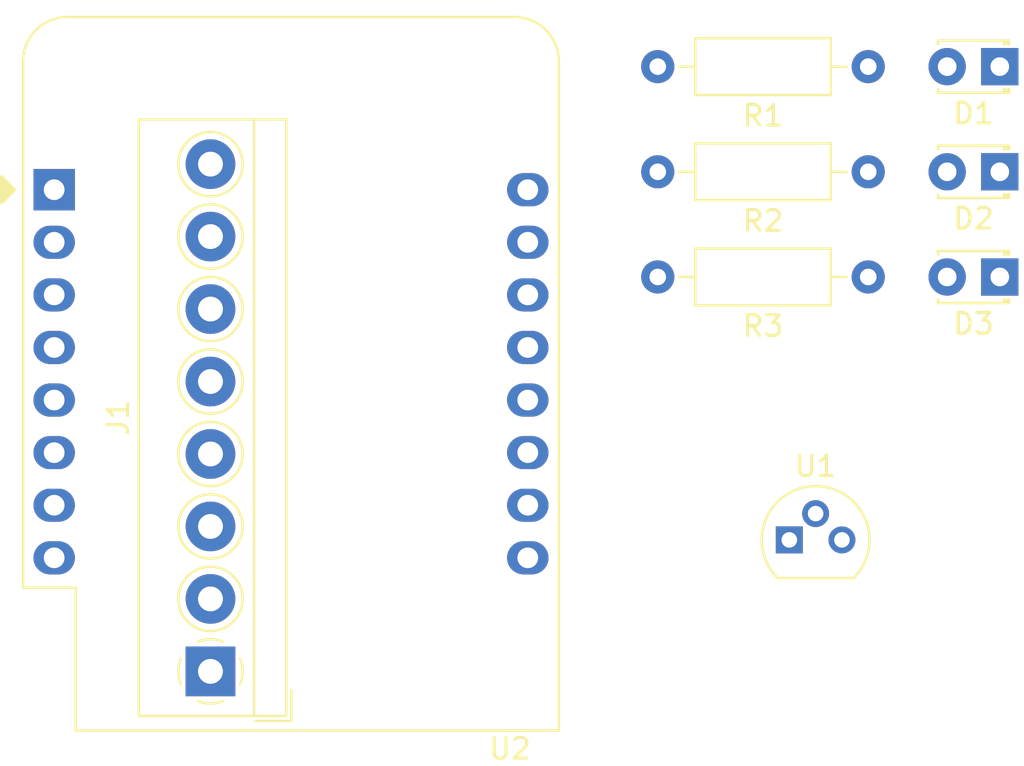
<source format=kicad_pcb>
(kicad_pcb (version 20171130) (host pcbnew "(5.1.8)-1")

  (general
    (thickness 1.6)
    (drawings 0)
    (tracks 0)
    (zones 0)
    (modules 9)
    (nets 24)
  )

  (page A4)
  (layers
    (0 F.Cu signal)
    (31 B.Cu signal)
    (32 B.Adhes user)
    (33 F.Adhes user)
    (34 B.Paste user)
    (35 F.Paste user)
    (36 B.SilkS user)
    (37 F.SilkS user)
    (38 B.Mask user)
    (39 F.Mask user)
    (40 Dwgs.User user)
    (41 Cmts.User user)
    (42 Eco1.User user)
    (43 Eco2.User user)
    (44 Edge.Cuts user)
    (45 Margin user)
    (46 B.CrtYd user)
    (47 F.CrtYd user)
    (48 B.Fab user)
    (49 F.Fab user)
  )

  (setup
    (last_trace_width 0.25)
    (trace_clearance 0.2)
    (zone_clearance 0.508)
    (zone_45_only no)
    (trace_min 0.2)
    (via_size 0.8)
    (via_drill 0.4)
    (via_min_size 0.4)
    (via_min_drill 0.3)
    (uvia_size 0.3)
    (uvia_drill 0.1)
    (uvias_allowed no)
    (uvia_min_size 0.2)
    (uvia_min_drill 0.1)
    (edge_width 0.05)
    (segment_width 0.2)
    (pcb_text_width 0.3)
    (pcb_text_size 1.5 1.5)
    (mod_edge_width 0.12)
    (mod_text_size 1 1)
    (mod_text_width 0.15)
    (pad_size 1.524 1.524)
    (pad_drill 0.762)
    (pad_to_mask_clearance 0)
    (aux_axis_origin 0 0)
    (visible_elements FFFFFF7F)
    (pcbplotparams
      (layerselection 0x010fc_ffffffff)
      (usegerberextensions false)
      (usegerberattributes true)
      (usegerberadvancedattributes true)
      (creategerberjobfile true)
      (excludeedgelayer true)
      (linewidth 0.100000)
      (plotframeref false)
      (viasonmask false)
      (mode 1)
      (useauxorigin false)
      (hpglpennumber 1)
      (hpglpenspeed 20)
      (hpglpendiameter 15.000000)
      (psnegative false)
      (psa4output false)
      (plotreference true)
      (plotvalue true)
      (plotinvisibletext false)
      (padsonsilk false)
      (subtractmaskfromsilk false)
      (outputformat 1)
      (mirror false)
      (drillshape 1)
      (scaleselection 1)
      (outputdirectory ""))
  )

  (net 0 "")
  (net 1 "Net-(D1-Pad1)")
  (net 2 "Net-(D1-Pad2)")
  (net 3 "Net-(D2-Pad2)")
  (net 4 "Net-(D3-Pad2)")
  (net 5 "Net-(J1-Pad1)")
  (net 6 "Net-(J1-Pad3)")
  (net 7 "Net-(J1-Pad4)")
  (net 8 "Net-(J1-Pad5)")
  (net 9 "Net-(J1-Pad6)")
  (net 10 "Net-(J1-Pad7)")
  (net 11 "Net-(J1-Pad8)")
  (net 12 "Net-(R1-Pad2)")
  (net 13 "Net-(R2-Pad2)")
  (net 14 "Net-(R3-Pad2)")
  (net 15 "Net-(U1-Pad2)")
  (net 16 "Net-(U2-Pad1)")
  (net 17 "Net-(U2-Pad6)")
  (net 18 "Net-(U2-Pad7)")
  (net 19 "Net-(U2-Pad8)")
  (net 20 "Net-(U2-Pad11)")
  (net 21 "Net-(U2-Pad12)")
  (net 22 "Net-(U2-Pad15)")
  (net 23 "Net-(U2-Pad16)")

  (net_class Default "This is the default net class."
    (clearance 0.2)
    (trace_width 0.25)
    (via_dia 0.8)
    (via_drill 0.4)
    (uvia_dia 0.3)
    (uvia_drill 0.1)
    (add_net "Net-(D1-Pad1)")
    (add_net "Net-(D1-Pad2)")
    (add_net "Net-(D2-Pad2)")
    (add_net "Net-(D3-Pad2)")
    (add_net "Net-(J1-Pad1)")
    (add_net "Net-(J1-Pad3)")
    (add_net "Net-(J1-Pad4)")
    (add_net "Net-(J1-Pad5)")
    (add_net "Net-(J1-Pad6)")
    (add_net "Net-(J1-Pad7)")
    (add_net "Net-(J1-Pad8)")
    (add_net "Net-(R1-Pad2)")
    (add_net "Net-(R2-Pad2)")
    (add_net "Net-(R3-Pad2)")
    (add_net "Net-(U1-Pad2)")
    (add_net "Net-(U2-Pad1)")
    (add_net "Net-(U2-Pad11)")
    (add_net "Net-(U2-Pad12)")
    (add_net "Net-(U2-Pad15)")
    (add_net "Net-(U2-Pad16)")
    (add_net "Net-(U2-Pad6)")
    (add_net "Net-(U2-Pad7)")
    (add_net "Net-(U2-Pad8)")
  )

  (module LED_THT:LED_D1.8mm_W3.3mm_H2.4mm (layer F.Cu) (tedit 5880A862) (tstamp 60354A6E)
    (at 142.24 73.66 180)
    (descr "LED, Round,  Rectangular size 3.3x2.4mm^2 diameter 1.8mm, 2 pins")
    (tags "LED Round  Rectangular size 3.3x2.4mm^2 diameter 1.8mm 2 pins")
    (path /6035F4EC)
    (fp_text reference D1 (at 1.27 -2.26) (layer F.SilkS)
      (effects (font (size 1 1) (thickness 0.15)))
    )
    (fp_text value LED (at 1.27 2.26) (layer F.Fab)
      (effects (font (size 1 1) (thickness 0.15)))
    )
    (fp_line (start 3.7 -1.55) (end -1.15 -1.55) (layer F.CrtYd) (width 0.05))
    (fp_line (start 3.7 1.55) (end 3.7 -1.55) (layer F.CrtYd) (width 0.05))
    (fp_line (start -1.15 1.55) (end 3.7 1.55) (layer F.CrtYd) (width 0.05))
    (fp_line (start -1.15 -1.55) (end -1.15 1.55) (layer F.CrtYd) (width 0.05))
    (fp_line (start -0.2 1.08) (end -0.2 1.26) (layer F.SilkS) (width 0.12))
    (fp_line (start -0.2 -1.26) (end -0.2 -1.08) (layer F.SilkS) (width 0.12))
    (fp_line (start -0.32 1.08) (end -0.32 1.26) (layer F.SilkS) (width 0.12))
    (fp_line (start -0.32 -1.26) (end -0.32 -1.08) (layer F.SilkS) (width 0.12))
    (fp_line (start 2.98 1.095) (end 2.98 1.26) (layer F.SilkS) (width 0.12))
    (fp_line (start 2.98 -1.26) (end 2.98 -1.095) (layer F.SilkS) (width 0.12))
    (fp_line (start -0.44 1.08) (end -0.44 1.26) (layer F.SilkS) (width 0.12))
    (fp_line (start -0.44 -1.26) (end -0.44 -1.08) (layer F.SilkS) (width 0.12))
    (fp_line (start -0.44 1.26) (end 2.98 1.26) (layer F.SilkS) (width 0.12))
    (fp_line (start -0.44 -1.26) (end 2.98 -1.26) (layer F.SilkS) (width 0.12))
    (fp_line (start 2.92 -1.2) (end -0.38 -1.2) (layer F.Fab) (width 0.1))
    (fp_line (start 2.92 1.2) (end 2.92 -1.2) (layer F.Fab) (width 0.1))
    (fp_line (start -0.38 1.2) (end 2.92 1.2) (layer F.Fab) (width 0.1))
    (fp_line (start -0.38 -1.2) (end -0.38 1.2) (layer F.Fab) (width 0.1))
    (fp_circle (center 1.27 0) (end 2.17 0) (layer F.Fab) (width 0.1))
    (pad 1 thru_hole rect (at 0 0 180) (size 1.8 1.8) (drill 0.9) (layers *.Cu *.Mask)
      (net 1 "Net-(D1-Pad1)"))
    (pad 2 thru_hole circle (at 2.54 0 180) (size 1.8 1.8) (drill 0.9) (layers *.Cu *.Mask)
      (net 2 "Net-(D1-Pad2)"))
    (model ${KISYS3DMOD}/LED_THT.3dshapes/LED_D1.8mm_W3.3mm_H2.4mm.wrl
      (at (xyz 0 0 0))
      (scale (xyz 1 1 1))
      (rotate (xyz 0 0 0))
    )
  )

  (module LED_THT:LED_D1.8mm_W3.3mm_H2.4mm (layer F.Cu) (tedit 5880A862) (tstamp 60354A87)
    (at 142.24 78.74 180)
    (descr "LED, Round,  Rectangular size 3.3x2.4mm^2 diameter 1.8mm, 2 pins")
    (tags "LED Round  Rectangular size 3.3x2.4mm^2 diameter 1.8mm 2 pins")
    (path /603606D0)
    (fp_text reference D2 (at 1.27 -2.26) (layer F.SilkS)
      (effects (font (size 1 1) (thickness 0.15)))
    )
    (fp_text value LED (at 1.27 2.26) (layer F.Fab)
      (effects (font (size 1 1) (thickness 0.15)))
    )
    (fp_circle (center 1.27 0) (end 2.17 0) (layer F.Fab) (width 0.1))
    (fp_line (start -0.38 -1.2) (end -0.38 1.2) (layer F.Fab) (width 0.1))
    (fp_line (start -0.38 1.2) (end 2.92 1.2) (layer F.Fab) (width 0.1))
    (fp_line (start 2.92 1.2) (end 2.92 -1.2) (layer F.Fab) (width 0.1))
    (fp_line (start 2.92 -1.2) (end -0.38 -1.2) (layer F.Fab) (width 0.1))
    (fp_line (start -0.44 -1.26) (end 2.98 -1.26) (layer F.SilkS) (width 0.12))
    (fp_line (start -0.44 1.26) (end 2.98 1.26) (layer F.SilkS) (width 0.12))
    (fp_line (start -0.44 -1.26) (end -0.44 -1.08) (layer F.SilkS) (width 0.12))
    (fp_line (start -0.44 1.08) (end -0.44 1.26) (layer F.SilkS) (width 0.12))
    (fp_line (start 2.98 -1.26) (end 2.98 -1.095) (layer F.SilkS) (width 0.12))
    (fp_line (start 2.98 1.095) (end 2.98 1.26) (layer F.SilkS) (width 0.12))
    (fp_line (start -0.32 -1.26) (end -0.32 -1.08) (layer F.SilkS) (width 0.12))
    (fp_line (start -0.32 1.08) (end -0.32 1.26) (layer F.SilkS) (width 0.12))
    (fp_line (start -0.2 -1.26) (end -0.2 -1.08) (layer F.SilkS) (width 0.12))
    (fp_line (start -0.2 1.08) (end -0.2 1.26) (layer F.SilkS) (width 0.12))
    (fp_line (start -1.15 -1.55) (end -1.15 1.55) (layer F.CrtYd) (width 0.05))
    (fp_line (start -1.15 1.55) (end 3.7 1.55) (layer F.CrtYd) (width 0.05))
    (fp_line (start 3.7 1.55) (end 3.7 -1.55) (layer F.CrtYd) (width 0.05))
    (fp_line (start 3.7 -1.55) (end -1.15 -1.55) (layer F.CrtYd) (width 0.05))
    (pad 2 thru_hole circle (at 2.54 0 180) (size 1.8 1.8) (drill 0.9) (layers *.Cu *.Mask)
      (net 3 "Net-(D2-Pad2)"))
    (pad 1 thru_hole rect (at 0 0 180) (size 1.8 1.8) (drill 0.9) (layers *.Cu *.Mask)
      (net 1 "Net-(D1-Pad1)"))
    (model ${KISYS3DMOD}/LED_THT.3dshapes/LED_D1.8mm_W3.3mm_H2.4mm.wrl
      (at (xyz 0 0 0))
      (scale (xyz 1 1 1))
      (rotate (xyz 0 0 0))
    )
  )

  (module LED_THT:LED_D1.8mm_W3.3mm_H2.4mm (layer F.Cu) (tedit 5880A862) (tstamp 603554DF)
    (at 142.24 83.82 180)
    (descr "LED, Round,  Rectangular size 3.3x2.4mm^2 diameter 1.8mm, 2 pins")
    (tags "LED Round  Rectangular size 3.3x2.4mm^2 diameter 1.8mm 2 pins")
    (path /603611D6)
    (fp_text reference D3 (at 1.27 -2.26) (layer F.SilkS)
      (effects (font (size 1 1) (thickness 0.15)))
    )
    (fp_text value LED (at 1.27 2.26) (layer F.Fab)
      (effects (font (size 1 1) (thickness 0.15)))
    )
    (fp_line (start 3.7 -1.55) (end -1.15 -1.55) (layer F.CrtYd) (width 0.05))
    (fp_line (start 3.7 1.55) (end 3.7 -1.55) (layer F.CrtYd) (width 0.05))
    (fp_line (start -1.15 1.55) (end 3.7 1.55) (layer F.CrtYd) (width 0.05))
    (fp_line (start -1.15 -1.55) (end -1.15 1.55) (layer F.CrtYd) (width 0.05))
    (fp_line (start -0.2 1.08) (end -0.2 1.26) (layer F.SilkS) (width 0.12))
    (fp_line (start -0.2 -1.26) (end -0.2 -1.08) (layer F.SilkS) (width 0.12))
    (fp_line (start -0.32 1.08) (end -0.32 1.26) (layer F.SilkS) (width 0.12))
    (fp_line (start -0.32 -1.26) (end -0.32 -1.08) (layer F.SilkS) (width 0.12))
    (fp_line (start 2.98 1.095) (end 2.98 1.26) (layer F.SilkS) (width 0.12))
    (fp_line (start 2.98 -1.26) (end 2.98 -1.095) (layer F.SilkS) (width 0.12))
    (fp_line (start -0.44 1.08) (end -0.44 1.26) (layer F.SilkS) (width 0.12))
    (fp_line (start -0.44 -1.26) (end -0.44 -1.08) (layer F.SilkS) (width 0.12))
    (fp_line (start -0.44 1.26) (end 2.98 1.26) (layer F.SilkS) (width 0.12))
    (fp_line (start -0.44 -1.26) (end 2.98 -1.26) (layer F.SilkS) (width 0.12))
    (fp_line (start 2.92 -1.2) (end -0.38 -1.2) (layer F.Fab) (width 0.1))
    (fp_line (start 2.92 1.2) (end 2.92 -1.2) (layer F.Fab) (width 0.1))
    (fp_line (start -0.38 1.2) (end 2.92 1.2) (layer F.Fab) (width 0.1))
    (fp_line (start -0.38 -1.2) (end -0.38 1.2) (layer F.Fab) (width 0.1))
    (fp_circle (center 1.27 0) (end 2.17 0) (layer F.Fab) (width 0.1))
    (pad 1 thru_hole rect (at 0 0 180) (size 1.8 1.8) (drill 0.9) (layers *.Cu *.Mask)
      (net 1 "Net-(D1-Pad1)"))
    (pad 2 thru_hole circle (at 2.54 0 180) (size 1.8 1.8) (drill 0.9) (layers *.Cu *.Mask)
      (net 4 "Net-(D3-Pad2)"))
    (model ${KISYS3DMOD}/LED_THT.3dshapes/LED_D1.8mm_W3.3mm_H2.4mm.wrl
      (at (xyz 0 0 0))
      (scale (xyz 1 1 1))
      (rotate (xyz 0 0 0))
    )
  )

  (module TerminalBlock_4Ucon:TerminalBlock_4Ucon_1x08_P3.50mm_Horizontal (layer F.Cu) (tedit 5B294E94) (tstamp 60354B32)
    (at 104.14 102.87 90)
    (descr "Terminal Block 4Ucon ItemNo. 19965, 8 pins, pitch 3.5mm, size 28.7x7mm^2, drill diamater 1.2mm, pad diameter 2.4mm, see http://www.4uconnector.com/online/object/4udrawing/19965.pdf, script-generated using https://github.com/pointhi/kicad-footprint-generator/scripts/TerminalBlock_4Ucon")
    (tags "THT Terminal Block 4Ucon ItemNo. 19965 pitch 3.5mm size 28.7x7mm^2 drill 1.2mm pad 2.4mm")
    (path /60356F81)
    (fp_text reference J1 (at 12.25 -4.46 90) (layer F.SilkS)
      (effects (font (size 1 1) (thickness 0.15)))
    )
    (fp_text value MPU-6050 (at 12.25 4.66 90) (layer F.Fab)
      (effects (font (size 1 1) (thickness 0.15)))
    )
    (fp_line (start 27.1 -3.9) (end -2.6 -3.9) (layer F.CrtYd) (width 0.05))
    (fp_line (start 27.1 4.1) (end 27.1 -3.9) (layer F.CrtYd) (width 0.05))
    (fp_line (start -2.6 4.1) (end 27.1 4.1) (layer F.CrtYd) (width 0.05))
    (fp_line (start -2.6 -3.9) (end -2.6 4.1) (layer F.CrtYd) (width 0.05))
    (fp_line (start -2.4 3.9) (end -0.9 3.9) (layer F.SilkS) (width 0.12))
    (fp_line (start -2.4 2.16) (end -2.4 3.9) (layer F.SilkS) (width 0.12))
    (fp_line (start 23.4 0.069) (end 23.4 -0.069) (layer F.Fab) (width 0.1))
    (fp_line (start 24.431 0.069) (end 23.4 0.069) (layer F.Fab) (width 0.1))
    (fp_line (start 24.431 1.1) (end 24.431 0.069) (layer F.Fab) (width 0.1))
    (fp_line (start 24.569 1.1) (end 24.431 1.1) (layer F.Fab) (width 0.1))
    (fp_line (start 24.569 0.069) (end 24.569 1.1) (layer F.Fab) (width 0.1))
    (fp_line (start 25.6 0.069) (end 24.569 0.069) (layer F.Fab) (width 0.1))
    (fp_line (start 25.6 -0.069) (end 25.6 0.069) (layer F.Fab) (width 0.1))
    (fp_line (start 24.569 -0.069) (end 25.6 -0.069) (layer F.Fab) (width 0.1))
    (fp_line (start 24.569 -1.1) (end 24.569 -0.069) (layer F.Fab) (width 0.1))
    (fp_line (start 24.431 -1.1) (end 24.569 -1.1) (layer F.Fab) (width 0.1))
    (fp_line (start 24.431 -0.069) (end 24.431 -1.1) (layer F.Fab) (width 0.1))
    (fp_line (start 23.4 -0.069) (end 24.431 -0.069) (layer F.Fab) (width 0.1))
    (fp_line (start 19.9 0.069) (end 19.9 -0.069) (layer F.Fab) (width 0.1))
    (fp_line (start 20.931 0.069) (end 19.9 0.069) (layer F.Fab) (width 0.1))
    (fp_line (start 20.931 1.1) (end 20.931 0.069) (layer F.Fab) (width 0.1))
    (fp_line (start 21.069 1.1) (end 20.931 1.1) (layer F.Fab) (width 0.1))
    (fp_line (start 21.069 0.069) (end 21.069 1.1) (layer F.Fab) (width 0.1))
    (fp_line (start 22.1 0.069) (end 21.069 0.069) (layer F.Fab) (width 0.1))
    (fp_line (start 22.1 -0.069) (end 22.1 0.069) (layer F.Fab) (width 0.1))
    (fp_line (start 21.069 -0.069) (end 22.1 -0.069) (layer F.Fab) (width 0.1))
    (fp_line (start 21.069 -1.1) (end 21.069 -0.069) (layer F.Fab) (width 0.1))
    (fp_line (start 20.931 -1.1) (end 21.069 -1.1) (layer F.Fab) (width 0.1))
    (fp_line (start 20.931 -0.069) (end 20.931 -1.1) (layer F.Fab) (width 0.1))
    (fp_line (start 19.9 -0.069) (end 20.931 -0.069) (layer F.Fab) (width 0.1))
    (fp_line (start 16.4 0.069) (end 16.4 -0.069) (layer F.Fab) (width 0.1))
    (fp_line (start 17.431 0.069) (end 16.4 0.069) (layer F.Fab) (width 0.1))
    (fp_line (start 17.431 1.1) (end 17.431 0.069) (layer F.Fab) (width 0.1))
    (fp_line (start 17.569 1.1) (end 17.431 1.1) (layer F.Fab) (width 0.1))
    (fp_line (start 17.569 0.069) (end 17.569 1.1) (layer F.Fab) (width 0.1))
    (fp_line (start 18.6 0.069) (end 17.569 0.069) (layer F.Fab) (width 0.1))
    (fp_line (start 18.6 -0.069) (end 18.6 0.069) (layer F.Fab) (width 0.1))
    (fp_line (start 17.569 -0.069) (end 18.6 -0.069) (layer F.Fab) (width 0.1))
    (fp_line (start 17.569 -1.1) (end 17.569 -0.069) (layer F.Fab) (width 0.1))
    (fp_line (start 17.431 -1.1) (end 17.569 -1.1) (layer F.Fab) (width 0.1))
    (fp_line (start 17.431 -0.069) (end 17.431 -1.1) (layer F.Fab) (width 0.1))
    (fp_line (start 16.4 -0.069) (end 17.431 -0.069) (layer F.Fab) (width 0.1))
    (fp_line (start 12.9 0.069) (end 12.9 -0.069) (layer F.Fab) (width 0.1))
    (fp_line (start 13.931 0.069) (end 12.9 0.069) (layer F.Fab) (width 0.1))
    (fp_line (start 13.931 1.1) (end 13.931 0.069) (layer F.Fab) (width 0.1))
    (fp_line (start 14.069 1.1) (end 13.931 1.1) (layer F.Fab) (width 0.1))
    (fp_line (start 14.069 0.069) (end 14.069 1.1) (layer F.Fab) (width 0.1))
    (fp_line (start 15.1 0.069) (end 14.069 0.069) (layer F.Fab) (width 0.1))
    (fp_line (start 15.1 -0.069) (end 15.1 0.069) (layer F.Fab) (width 0.1))
    (fp_line (start 14.069 -0.069) (end 15.1 -0.069) (layer F.Fab) (width 0.1))
    (fp_line (start 14.069 -1.1) (end 14.069 -0.069) (layer F.Fab) (width 0.1))
    (fp_line (start 13.931 -1.1) (end 14.069 -1.1) (layer F.Fab) (width 0.1))
    (fp_line (start 13.931 -0.069) (end 13.931 -1.1) (layer F.Fab) (width 0.1))
    (fp_line (start 12.9 -0.069) (end 13.931 -0.069) (layer F.Fab) (width 0.1))
    (fp_line (start 9.4 0.069) (end 9.4 -0.069) (layer F.Fab) (width 0.1))
    (fp_line (start 10.431 0.069) (end 9.4 0.069) (layer F.Fab) (width 0.1))
    (fp_line (start 10.431 1.1) (end 10.431 0.069) (layer F.Fab) (width 0.1))
    (fp_line (start 10.569 1.1) (end 10.431 1.1) (layer F.Fab) (width 0.1))
    (fp_line (start 10.569 0.069) (end 10.569 1.1) (layer F.Fab) (width 0.1))
    (fp_line (start 11.6 0.069) (end 10.569 0.069) (layer F.Fab) (width 0.1))
    (fp_line (start 11.6 -0.069) (end 11.6 0.069) (layer F.Fab) (width 0.1))
    (fp_line (start 10.569 -0.069) (end 11.6 -0.069) (layer F.Fab) (width 0.1))
    (fp_line (start 10.569 -1.1) (end 10.569 -0.069) (layer F.Fab) (width 0.1))
    (fp_line (start 10.431 -1.1) (end 10.569 -1.1) (layer F.Fab) (width 0.1))
    (fp_line (start 10.431 -0.069) (end 10.431 -1.1) (layer F.Fab) (width 0.1))
    (fp_line (start 9.4 -0.069) (end 10.431 -0.069) (layer F.Fab) (width 0.1))
    (fp_line (start 5.9 0.069) (end 5.9 -0.069) (layer F.Fab) (width 0.1))
    (fp_line (start 6.931 0.069) (end 5.9 0.069) (layer F.Fab) (width 0.1))
    (fp_line (start 6.931 1.1) (end 6.931 0.069) (layer F.Fab) (width 0.1))
    (fp_line (start 7.069 1.1) (end 6.931 1.1) (layer F.Fab) (width 0.1))
    (fp_line (start 7.069 0.069) (end 7.069 1.1) (layer F.Fab) (width 0.1))
    (fp_line (start 8.1 0.069) (end 7.069 0.069) (layer F.Fab) (width 0.1))
    (fp_line (start 8.1 -0.069) (end 8.1 0.069) (layer F.Fab) (width 0.1))
    (fp_line (start 7.069 -0.069) (end 8.1 -0.069) (layer F.Fab) (width 0.1))
    (fp_line (start 7.069 -1.1) (end 7.069 -0.069) (layer F.Fab) (width 0.1))
    (fp_line (start 6.931 -1.1) (end 7.069 -1.1) (layer F.Fab) (width 0.1))
    (fp_line (start 6.931 -0.069) (end 6.931 -1.1) (layer F.Fab) (width 0.1))
    (fp_line (start 5.9 -0.069) (end 6.931 -0.069) (layer F.Fab) (width 0.1))
    (fp_line (start 2.4 0.069) (end 2.4 -0.069) (layer F.Fab) (width 0.1))
    (fp_line (start 3.431 0.069) (end 2.4 0.069) (layer F.Fab) (width 0.1))
    (fp_line (start 3.431 1.1) (end 3.431 0.069) (layer F.Fab) (width 0.1))
    (fp_line (start 3.569 1.1) (end 3.431 1.1) (layer F.Fab) (width 0.1))
    (fp_line (start 3.569 0.069) (end 3.569 1.1) (layer F.Fab) (width 0.1))
    (fp_line (start 4.6 0.069) (end 3.569 0.069) (layer F.Fab) (width 0.1))
    (fp_line (start 4.6 -0.069) (end 4.6 0.069) (layer F.Fab) (width 0.1))
    (fp_line (start 3.569 -0.069) (end 4.6 -0.069) (layer F.Fab) (width 0.1))
    (fp_line (start 3.569 -1.1) (end 3.569 -0.069) (layer F.Fab) (width 0.1))
    (fp_line (start 3.431 -1.1) (end 3.569 -1.1) (layer F.Fab) (width 0.1))
    (fp_line (start 3.431 -0.069) (end 3.431 -1.1) (layer F.Fab) (width 0.1))
    (fp_line (start 2.4 -0.069) (end 3.431 -0.069) (layer F.Fab) (width 0.1))
    (fp_line (start -1.1 0.069) (end -1.1 -0.069) (layer F.Fab) (width 0.1))
    (fp_line (start -0.069 0.069) (end -1.1 0.069) (layer F.Fab) (width 0.1))
    (fp_line (start -0.069 1.1) (end -0.069 0.069) (layer F.Fab) (width 0.1))
    (fp_line (start 0.069 1.1) (end -0.069 1.1) (layer F.Fab) (width 0.1))
    (fp_line (start 0.069 0.069) (end 0.069 1.1) (layer F.Fab) (width 0.1))
    (fp_line (start 1.1 0.069) (end 0.069 0.069) (layer F.Fab) (width 0.1))
    (fp_line (start 1.1 -0.069) (end 1.1 0.069) (layer F.Fab) (width 0.1))
    (fp_line (start 0.069 -0.069) (end 1.1 -0.069) (layer F.Fab) (width 0.1))
    (fp_line (start 0.069 -1.1) (end 0.069 -0.069) (layer F.Fab) (width 0.1))
    (fp_line (start -0.069 -1.1) (end 0.069 -1.1) (layer F.Fab) (width 0.1))
    (fp_line (start -0.069 -0.069) (end -0.069 -1.1) (layer F.Fab) (width 0.1))
    (fp_line (start -1.1 -0.069) (end -0.069 -0.069) (layer F.Fab) (width 0.1))
    (fp_line (start 26.66 -3.46) (end 26.66 3.66) (layer F.SilkS) (width 0.12))
    (fp_line (start -2.16 -3.46) (end -2.16 3.66) (layer F.SilkS) (width 0.12))
    (fp_line (start -2.16 3.66) (end 26.66 3.66) (layer F.SilkS) (width 0.12))
    (fp_line (start -2.16 -3.46) (end 26.66 -3.46) (layer F.SilkS) (width 0.12))
    (fp_line (start -2.16 2.1) (end 26.66 2.1) (layer F.SilkS) (width 0.12))
    (fp_line (start -2.1 2.1) (end 26.6 2.1) (layer F.Fab) (width 0.1))
    (fp_line (start -2.1 2.1) (end -2.1 -3.4) (layer F.Fab) (width 0.1))
    (fp_line (start -0.6 3.6) (end -2.1 2.1) (layer F.Fab) (width 0.1))
    (fp_line (start 26.6 3.6) (end -0.6 3.6) (layer F.Fab) (width 0.1))
    (fp_line (start 26.6 -3.4) (end 26.6 3.6) (layer F.Fab) (width 0.1))
    (fp_line (start -2.1 -3.4) (end 26.6 -3.4) (layer F.Fab) (width 0.1))
    (fp_circle (center 24.5 0) (end 26.055 0) (layer F.SilkS) (width 0.12))
    (fp_circle (center 24.5 0) (end 25.875 0) (layer F.Fab) (width 0.1))
    (fp_circle (center 21 0) (end 22.555 0) (layer F.SilkS) (width 0.12))
    (fp_circle (center 21 0) (end 22.375 0) (layer F.Fab) (width 0.1))
    (fp_circle (center 17.5 0) (end 19.055 0) (layer F.SilkS) (width 0.12))
    (fp_circle (center 17.5 0) (end 18.875 0) (layer F.Fab) (width 0.1))
    (fp_circle (center 14 0) (end 15.555 0) (layer F.SilkS) (width 0.12))
    (fp_circle (center 14 0) (end 15.375 0) (layer F.Fab) (width 0.1))
    (fp_circle (center 10.5 0) (end 12.055 0) (layer F.SilkS) (width 0.12))
    (fp_circle (center 10.5 0) (end 11.875 0) (layer F.Fab) (width 0.1))
    (fp_circle (center 7 0) (end 8.555 0) (layer F.SilkS) (width 0.12))
    (fp_circle (center 7 0) (end 8.375 0) (layer F.Fab) (width 0.1))
    (fp_circle (center 3.5 0) (end 5.055 0) (layer F.SilkS) (width 0.12))
    (fp_circle (center 3.5 0) (end 4.875 0) (layer F.Fab) (width 0.1))
    (fp_circle (center 0 0) (end 1.375 0) (layer F.Fab) (width 0.1))
    (fp_arc (start 0 0) (end 0 1.555) (angle -23) (layer F.SilkS) (width 0.12))
    (fp_arc (start 0 0) (end 1.432 0.608) (angle -46) (layer F.SilkS) (width 0.12))
    (fp_arc (start 0 0) (end 0.608 -1.432) (angle -46) (layer F.SilkS) (width 0.12))
    (fp_arc (start 0 0) (end -1.432 -0.608) (angle -46) (layer F.SilkS) (width 0.12))
    (fp_arc (start 0 0) (end -0.608 1.432) (angle -24) (layer F.SilkS) (width 0.12))
    (fp_text user %R (at 12.25 2.9 90) (layer F.Fab)
      (effects (font (size 1 1) (thickness 0.15)))
    )
    (pad 1 thru_hole rect (at 0 0 90) (size 2.4 2.4) (drill 1.2) (layers *.Cu *.Mask)
      (net 5 "Net-(J1-Pad1)"))
    (pad 2 thru_hole circle (at 3.5 0 90) (size 2.4 2.4) (drill 1.2) (layers *.Cu *.Mask)
      (net 1 "Net-(D1-Pad1)"))
    (pad 3 thru_hole circle (at 7 0 90) (size 2.4 2.4) (drill 1.2) (layers *.Cu *.Mask)
      (net 6 "Net-(J1-Pad3)"))
    (pad 4 thru_hole circle (at 10.5 0 90) (size 2.4 2.4) (drill 1.2) (layers *.Cu *.Mask)
      (net 7 "Net-(J1-Pad4)"))
    (pad 5 thru_hole circle (at 14 0 90) (size 2.4 2.4) (drill 1.2) (layers *.Cu *.Mask)
      (net 8 "Net-(J1-Pad5)"))
    (pad 6 thru_hole circle (at 17.5 0 90) (size 2.4 2.4) (drill 1.2) (layers *.Cu *.Mask)
      (net 9 "Net-(J1-Pad6)"))
    (pad 7 thru_hole circle (at 21 0 90) (size 2.4 2.4) (drill 1.2) (layers *.Cu *.Mask)
      (net 10 "Net-(J1-Pad7)"))
    (pad 8 thru_hole circle (at 24.5 0 90) (size 2.4 2.4) (drill 1.2) (layers *.Cu *.Mask)
      (net 11 "Net-(J1-Pad8)"))
    (model ${KISYS3DMOD}/TerminalBlock_4Ucon.3dshapes/TerminalBlock_4Ucon_1x08_P3.50mm_Horizontal.wrl
      (at (xyz 0 0 0))
      (scale (xyz 1 1 1))
      (rotate (xyz 0 0 0))
    )
  )

  (module Resistor_THT:R_Axial_DIN0207_L6.3mm_D2.5mm_P10.16mm_Horizontal (layer F.Cu) (tedit 5AE5139B) (tstamp 60354B49)
    (at 135.89 73.66 180)
    (descr "Resistor, Axial_DIN0207 series, Axial, Horizontal, pin pitch=10.16mm, 0.25W = 1/4W, length*diameter=6.3*2.5mm^2, http://cdn-reichelt.de/documents/datenblatt/B400/1_4W%23YAG.pdf")
    (tags "Resistor Axial_DIN0207 series Axial Horizontal pin pitch 10.16mm 0.25W = 1/4W length 6.3mm diameter 2.5mm")
    (path /60362E71)
    (fp_text reference R1 (at 5.08 -2.37) (layer F.SilkS)
      (effects (font (size 1 1) (thickness 0.15)))
    )
    (fp_text value R (at 5.08 2.37) (layer F.Fab)
      (effects (font (size 1 1) (thickness 0.15)))
    )
    (fp_line (start 11.21 -1.5) (end -1.05 -1.5) (layer F.CrtYd) (width 0.05))
    (fp_line (start 11.21 1.5) (end 11.21 -1.5) (layer F.CrtYd) (width 0.05))
    (fp_line (start -1.05 1.5) (end 11.21 1.5) (layer F.CrtYd) (width 0.05))
    (fp_line (start -1.05 -1.5) (end -1.05 1.5) (layer F.CrtYd) (width 0.05))
    (fp_line (start 9.12 0) (end 8.35 0) (layer F.SilkS) (width 0.12))
    (fp_line (start 1.04 0) (end 1.81 0) (layer F.SilkS) (width 0.12))
    (fp_line (start 8.35 -1.37) (end 1.81 -1.37) (layer F.SilkS) (width 0.12))
    (fp_line (start 8.35 1.37) (end 8.35 -1.37) (layer F.SilkS) (width 0.12))
    (fp_line (start 1.81 1.37) (end 8.35 1.37) (layer F.SilkS) (width 0.12))
    (fp_line (start 1.81 -1.37) (end 1.81 1.37) (layer F.SilkS) (width 0.12))
    (fp_line (start 10.16 0) (end 8.23 0) (layer F.Fab) (width 0.1))
    (fp_line (start 0 0) (end 1.93 0) (layer F.Fab) (width 0.1))
    (fp_line (start 8.23 -1.25) (end 1.93 -1.25) (layer F.Fab) (width 0.1))
    (fp_line (start 8.23 1.25) (end 8.23 -1.25) (layer F.Fab) (width 0.1))
    (fp_line (start 1.93 1.25) (end 8.23 1.25) (layer F.Fab) (width 0.1))
    (fp_line (start 1.93 -1.25) (end 1.93 1.25) (layer F.Fab) (width 0.1))
    (fp_text user %R (at 5.08 0) (layer F.Fab)
      (effects (font (size 1 1) (thickness 0.15)))
    )
    (pad 1 thru_hole circle (at 0 0 180) (size 1.6 1.6) (drill 0.8) (layers *.Cu *.Mask)
      (net 2 "Net-(D1-Pad2)"))
    (pad 2 thru_hole oval (at 10.16 0 180) (size 1.6 1.6) (drill 0.8) (layers *.Cu *.Mask)
      (net 12 "Net-(R1-Pad2)"))
    (model ${KISYS3DMOD}/Resistor_THT.3dshapes/R_Axial_DIN0207_L6.3mm_D2.5mm_P10.16mm_Horizontal.wrl
      (at (xyz 0 0 0))
      (scale (xyz 1 1 1))
      (rotate (xyz 0 0 0))
    )
  )

  (module Resistor_THT:R_Axial_DIN0207_L6.3mm_D2.5mm_P10.16mm_Horizontal (layer F.Cu) (tedit 5AE5139B) (tstamp 60354B60)
    (at 135.89 78.74 180)
    (descr "Resistor, Axial_DIN0207 series, Axial, Horizontal, pin pitch=10.16mm, 0.25W = 1/4W, length*diameter=6.3*2.5mm^2, http://cdn-reichelt.de/documents/datenblatt/B400/1_4W%23YAG.pdf")
    (tags "Resistor Axial_DIN0207 series Axial Horizontal pin pitch 10.16mm 0.25W = 1/4W length 6.3mm diameter 2.5mm")
    (path /6036370D)
    (fp_text reference R2 (at 5.08 -2.37) (layer F.SilkS)
      (effects (font (size 1 1) (thickness 0.15)))
    )
    (fp_text value R (at 5.08 2.37) (layer F.Fab)
      (effects (font (size 1 1) (thickness 0.15)))
    )
    (fp_text user %R (at 5.08 0) (layer F.Fab)
      (effects (font (size 1 1) (thickness 0.15)))
    )
    (fp_line (start 1.93 -1.25) (end 1.93 1.25) (layer F.Fab) (width 0.1))
    (fp_line (start 1.93 1.25) (end 8.23 1.25) (layer F.Fab) (width 0.1))
    (fp_line (start 8.23 1.25) (end 8.23 -1.25) (layer F.Fab) (width 0.1))
    (fp_line (start 8.23 -1.25) (end 1.93 -1.25) (layer F.Fab) (width 0.1))
    (fp_line (start 0 0) (end 1.93 0) (layer F.Fab) (width 0.1))
    (fp_line (start 10.16 0) (end 8.23 0) (layer F.Fab) (width 0.1))
    (fp_line (start 1.81 -1.37) (end 1.81 1.37) (layer F.SilkS) (width 0.12))
    (fp_line (start 1.81 1.37) (end 8.35 1.37) (layer F.SilkS) (width 0.12))
    (fp_line (start 8.35 1.37) (end 8.35 -1.37) (layer F.SilkS) (width 0.12))
    (fp_line (start 8.35 -1.37) (end 1.81 -1.37) (layer F.SilkS) (width 0.12))
    (fp_line (start 1.04 0) (end 1.81 0) (layer F.SilkS) (width 0.12))
    (fp_line (start 9.12 0) (end 8.35 0) (layer F.SilkS) (width 0.12))
    (fp_line (start -1.05 -1.5) (end -1.05 1.5) (layer F.CrtYd) (width 0.05))
    (fp_line (start -1.05 1.5) (end 11.21 1.5) (layer F.CrtYd) (width 0.05))
    (fp_line (start 11.21 1.5) (end 11.21 -1.5) (layer F.CrtYd) (width 0.05))
    (fp_line (start 11.21 -1.5) (end -1.05 -1.5) (layer F.CrtYd) (width 0.05))
    (pad 2 thru_hole oval (at 10.16 0 180) (size 1.6 1.6) (drill 0.8) (layers *.Cu *.Mask)
      (net 13 "Net-(R2-Pad2)"))
    (pad 1 thru_hole circle (at 0 0 180) (size 1.6 1.6) (drill 0.8) (layers *.Cu *.Mask)
      (net 3 "Net-(D2-Pad2)"))
    (model ${KISYS3DMOD}/Resistor_THT.3dshapes/R_Axial_DIN0207_L6.3mm_D2.5mm_P10.16mm_Horizontal.wrl
      (at (xyz 0 0 0))
      (scale (xyz 1 1 1))
      (rotate (xyz 0 0 0))
    )
  )

  (module Resistor_THT:R_Axial_DIN0207_L6.3mm_D2.5mm_P10.16mm_Horizontal (layer F.Cu) (tedit 5AE5139B) (tstamp 60354B77)
    (at 135.89 83.82 180)
    (descr "Resistor, Axial_DIN0207 series, Axial, Horizontal, pin pitch=10.16mm, 0.25W = 1/4W, length*diameter=6.3*2.5mm^2, http://cdn-reichelt.de/documents/datenblatt/B400/1_4W%23YAG.pdf")
    (tags "Resistor Axial_DIN0207 series Axial Horizontal pin pitch 10.16mm 0.25W = 1/4W length 6.3mm diameter 2.5mm")
    (path /60363D49)
    (fp_text reference R3 (at 5.08 -2.37) (layer F.SilkS)
      (effects (font (size 1 1) (thickness 0.15)))
    )
    (fp_text value R (at 5.08 2.37) (layer F.Fab)
      (effects (font (size 1 1) (thickness 0.15)))
    )
    (fp_line (start 11.21 -1.5) (end -1.05 -1.5) (layer F.CrtYd) (width 0.05))
    (fp_line (start 11.21 1.5) (end 11.21 -1.5) (layer F.CrtYd) (width 0.05))
    (fp_line (start -1.05 1.5) (end 11.21 1.5) (layer F.CrtYd) (width 0.05))
    (fp_line (start -1.05 -1.5) (end -1.05 1.5) (layer F.CrtYd) (width 0.05))
    (fp_line (start 9.12 0) (end 8.35 0) (layer F.SilkS) (width 0.12))
    (fp_line (start 1.04 0) (end 1.81 0) (layer F.SilkS) (width 0.12))
    (fp_line (start 8.35 -1.37) (end 1.81 -1.37) (layer F.SilkS) (width 0.12))
    (fp_line (start 8.35 1.37) (end 8.35 -1.37) (layer F.SilkS) (width 0.12))
    (fp_line (start 1.81 1.37) (end 8.35 1.37) (layer F.SilkS) (width 0.12))
    (fp_line (start 1.81 -1.37) (end 1.81 1.37) (layer F.SilkS) (width 0.12))
    (fp_line (start 10.16 0) (end 8.23 0) (layer F.Fab) (width 0.1))
    (fp_line (start 0 0) (end 1.93 0) (layer F.Fab) (width 0.1))
    (fp_line (start 8.23 -1.25) (end 1.93 -1.25) (layer F.Fab) (width 0.1))
    (fp_line (start 8.23 1.25) (end 8.23 -1.25) (layer F.Fab) (width 0.1))
    (fp_line (start 1.93 1.25) (end 8.23 1.25) (layer F.Fab) (width 0.1))
    (fp_line (start 1.93 -1.25) (end 1.93 1.25) (layer F.Fab) (width 0.1))
    (fp_text user %R (at 5.08 0) (layer F.Fab)
      (effects (font (size 1 1) (thickness 0.15)))
    )
    (pad 1 thru_hole circle (at 0 0 180) (size 1.6 1.6) (drill 0.8) (layers *.Cu *.Mask)
      (net 4 "Net-(D3-Pad2)"))
    (pad 2 thru_hole oval (at 10.16 0 180) (size 1.6 1.6) (drill 0.8) (layers *.Cu *.Mask)
      (net 14 "Net-(R3-Pad2)"))
    (model ${KISYS3DMOD}/Resistor_THT.3dshapes/R_Axial_DIN0207_L6.3mm_D2.5mm_P10.16mm_Horizontal.wrl
      (at (xyz 0 0 0))
      (scale (xyz 1 1 1))
      (rotate (xyz 0 0 0))
    )
  )

  (module Package_TO_SOT_THT:TO-92 (layer F.Cu) (tedit 5A279852) (tstamp 60354B89)
    (at 132.08 96.52)
    (descr "TO-92 leads molded, narrow, drill 0.75mm (see NXP sot054_po.pdf)")
    (tags "to-92 sc-43 sc-43a sot54 PA33 transistor")
    (path /603537C0)
    (fp_text reference U1 (at 1.27 -3.56) (layer F.SilkS)
      (effects (font (size 1 1) (thickness 0.15)))
    )
    (fp_text value LM35-LP (at 1.27 2.79) (layer F.Fab)
      (effects (font (size 1 1) (thickness 0.15)))
    )
    (fp_line (start 4 2.01) (end -1.46 2.01) (layer F.CrtYd) (width 0.05))
    (fp_line (start 4 2.01) (end 4 -2.73) (layer F.CrtYd) (width 0.05))
    (fp_line (start -1.46 -2.73) (end -1.46 2.01) (layer F.CrtYd) (width 0.05))
    (fp_line (start -1.46 -2.73) (end 4 -2.73) (layer F.CrtYd) (width 0.05))
    (fp_line (start -0.5 1.75) (end 3 1.75) (layer F.Fab) (width 0.1))
    (fp_line (start -0.53 1.85) (end 3.07 1.85) (layer F.SilkS) (width 0.12))
    (fp_text user %R (at 1.27 0) (layer F.Fab)
      (effects (font (size 1 1) (thickness 0.15)))
    )
    (fp_arc (start 1.27 0) (end 1.27 -2.48) (angle 135) (layer F.Fab) (width 0.1))
    (fp_arc (start 1.27 0) (end 1.27 -2.6) (angle -135) (layer F.SilkS) (width 0.12))
    (fp_arc (start 1.27 0) (end 1.27 -2.48) (angle -135) (layer F.Fab) (width 0.1))
    (fp_arc (start 1.27 0) (end 1.27 -2.6) (angle 135) (layer F.SilkS) (width 0.12))
    (pad 2 thru_hole circle (at 1.27 -1.27) (size 1.3 1.3) (drill 0.75) (layers *.Cu *.Mask)
      (net 15 "Net-(U1-Pad2)"))
    (pad 3 thru_hole circle (at 2.54 0) (size 1.3 1.3) (drill 0.75) (layers *.Cu *.Mask)
      (net 1 "Net-(D1-Pad1)"))
    (pad 1 thru_hole rect (at 0 0) (size 1.3 1.3) (drill 0.75) (layers *.Cu *.Mask)
      (net 5 "Net-(J1-Pad1)"))
    (model ${KISYS3DMOD}/Package_TO_SOT_THT.3dshapes/TO-92.wrl
      (at (xyz 0 0 0))
      (scale (xyz 1 1 1))
      (rotate (xyz 0 0 0))
    )
  )

  (module Module:WEMOS_D1_mini_light (layer F.Cu) (tedit 5BBFB1CE) (tstamp 60354BCC)
    (at 96.595001 79.605001)
    (descr "16-pin module, column spacing 22.86 mm (900 mils), https://wiki.wemos.cc/products:d1:d1_mini, https://c1.staticflickr.com/1/734/31400410271_f278b087db_z.jpg")
    (tags "ESP8266 WiFi microcontroller")
    (path /60352504)
    (fp_text reference U2 (at 22 27) (layer F.SilkS)
      (effects (font (size 1 1) (thickness 0.15)))
    )
    (fp_text value WeMos_D1_mini (at 11.7 0) (layer F.Fab)
      (effects (font (size 1 1) (thickness 0.15)))
    )
    (fp_line (start 1.04 19.22) (end 1.04 26.12) (layer F.SilkS) (width 0.12))
    (fp_line (start -1.5 19.22) (end 1.04 19.22) (layer F.SilkS) (width 0.12))
    (fp_line (start -0.37 0) (end -1.37 -1) (layer F.Fab) (width 0.1))
    (fp_line (start -1.37 1) (end -0.37 0) (layer F.Fab) (width 0.1))
    (fp_line (start -1.37 -6.21) (end -1.37 -1) (layer F.Fab) (width 0.1))
    (fp_line (start 1.17 19.09) (end 1.17 25.99) (layer F.Fab) (width 0.1))
    (fp_line (start -1.37 19.09) (end 1.17 19.09) (layer F.Fab) (width 0.1))
    (fp_line (start -1.35 -7.4) (end -0.55 -8.2) (layer Dwgs.User) (width 0.1))
    (fp_line (start -1.3 -5.45) (end 1.45 -8.2) (layer Dwgs.User) (width 0.1))
    (fp_line (start -1.35 -3.4) (end 3.45 -8.2) (layer Dwgs.User) (width 0.1))
    (fp_line (start 22.65 -1.4) (end 24.25 -3) (layer Dwgs.User) (width 0.1))
    (fp_line (start 20.65 -1.4) (end 24.25 -5) (layer Dwgs.User) (width 0.1))
    (fp_line (start 18.65 -1.4) (end 24.25 -7) (layer Dwgs.User) (width 0.1))
    (fp_line (start 16.65 -1.4) (end 23.45 -8.2) (layer Dwgs.User) (width 0.1))
    (fp_line (start 14.65 -1.4) (end 21.45 -8.2) (layer Dwgs.User) (width 0.1))
    (fp_line (start 12.65 -1.4) (end 19.45 -8.2) (layer Dwgs.User) (width 0.1))
    (fp_line (start 10.65 -1.4) (end 17.45 -8.2) (layer Dwgs.User) (width 0.1))
    (fp_line (start 8.65 -1.4) (end 15.45 -8.2) (layer Dwgs.User) (width 0.1))
    (fp_line (start 6.65 -1.4) (end 13.45 -8.2) (layer Dwgs.User) (width 0.1))
    (fp_line (start 4.65 -1.4) (end 11.45 -8.2) (layer Dwgs.User) (width 0.1))
    (fp_line (start 2.65 -1.4) (end 9.45 -8.2) (layer Dwgs.User) (width 0.1))
    (fp_line (start 0.65 -1.4) (end 7.45 -8.2) (layer Dwgs.User) (width 0.1))
    (fp_line (start -1.35 -1.4) (end 5.45 -8.2) (layer Dwgs.User) (width 0.1))
    (fp_line (start -1.35 -8.2) (end -1.35 -1.4) (layer Dwgs.User) (width 0.1))
    (fp_line (start 24.25 -8.2) (end -1.35 -8.2) (layer Dwgs.User) (width 0.1))
    (fp_line (start 24.25 -1.4) (end 24.25 -8.2) (layer Dwgs.User) (width 0.1))
    (fp_line (start -1.35 -1.4) (end 24.25 -1.4) (layer Dwgs.User) (width 0.1))
    (fp_poly (pts (xy -2.54 -0.635) (xy -2.54 0.635) (xy -1.905 0)) (layer F.SilkS) (width 0.15))
    (fp_line (start -1.62 26.24) (end -1.62 -8.46) (layer F.CrtYd) (width 0.05))
    (fp_line (start 24.48 26.24) (end -1.62 26.24) (layer F.CrtYd) (width 0.05))
    (fp_line (start 24.48 -8.41) (end 24.48 26.24) (layer F.CrtYd) (width 0.05))
    (fp_line (start -1.62 -8.46) (end 24.48 -8.46) (layer F.CrtYd) (width 0.05))
    (fp_line (start -1.37 1) (end -1.37 19.09) (layer F.Fab) (width 0.1))
    (fp_line (start 22.23 -8.21) (end 0.63 -8.21) (layer F.Fab) (width 0.1))
    (fp_line (start 24.23 25.99) (end 24.23 -6.21) (layer F.Fab) (width 0.1))
    (fp_line (start 1.17 25.99) (end 24.23 25.99) (layer F.Fab) (width 0.1))
    (fp_line (start 22.24 -8.34) (end 0.63 -8.34) (layer F.SilkS) (width 0.12))
    (fp_line (start 24.36 26.12) (end 24.36 -6.21) (layer F.SilkS) (width 0.12))
    (fp_line (start -1.5 19.22) (end -1.5 -6.21) (layer F.SilkS) (width 0.12))
    (fp_line (start 1.04 26.12) (end 24.36 26.12) (layer F.SilkS) (width 0.12))
    (fp_text user %R (at 11.43 10) (layer F.Fab)
      (effects (font (size 1 1) (thickness 0.15)))
    )
    (fp_arc (start 0.63 -6.21) (end 0.63 -8.21) (angle -90) (layer F.Fab) (width 0.1))
    (fp_arc (start 22.23 -6.21) (end 24.23 -6.19) (angle -90) (layer F.Fab) (width 0.1))
    (fp_arc (start 0.63 -6.21) (end 0.63 -8.34) (angle -90) (layer F.SilkS) (width 0.12))
    (fp_arc (start 22.23 -6.21) (end 24.36 -6.21) (angle -90) (layer F.SilkS) (width 0.12))
    (fp_text user "KEEP OUT" (at 11.43 -6.35) (layer Cmts.User)
      (effects (font (size 1 1) (thickness 0.15)))
    )
    (fp_text user "No copper" (at 11.43 -3.81) (layer Cmts.User)
      (effects (font (size 1 1) (thickness 0.15)))
    )
    (pad 2 thru_hole oval (at 0 2.54) (size 2 1.6) (drill 1) (layers *.Cu *.Mask)
      (net 15 "Net-(U1-Pad2)"))
    (pad 1 thru_hole rect (at 0 0) (size 2 2) (drill 1) (layers *.Cu *.Mask)
      (net 16 "Net-(U2-Pad1)"))
    (pad 3 thru_hole oval (at 0 5.08) (size 2 1.6) (drill 1) (layers *.Cu *.Mask)
      (net 12 "Net-(R1-Pad2)"))
    (pad 4 thru_hole oval (at 0 7.62) (size 2 1.6) (drill 1) (layers *.Cu *.Mask)
      (net 13 "Net-(R2-Pad2)"))
    (pad 5 thru_hole oval (at 0 10.16) (size 2 1.6) (drill 1) (layers *.Cu *.Mask)
      (net 14 "Net-(R3-Pad2)"))
    (pad 6 thru_hole oval (at 0 12.7) (size 2 1.6) (drill 1) (layers *.Cu *.Mask)
      (net 17 "Net-(U2-Pad6)"))
    (pad 7 thru_hole oval (at 0 15.24) (size 2 1.6) (drill 1) (layers *.Cu *.Mask)
      (net 18 "Net-(U2-Pad7)"))
    (pad 8 thru_hole oval (at 0 17.78) (size 2 1.6) (drill 1) (layers *.Cu *.Mask)
      (net 19 "Net-(U2-Pad8)"))
    (pad 9 thru_hole oval (at 22.86 17.78) (size 2 1.6) (drill 1) (layers *.Cu *.Mask)
      (net 5 "Net-(J1-Pad1)"))
    (pad 10 thru_hole oval (at 22.86 15.24) (size 2 1.6) (drill 1) (layers *.Cu *.Mask)
      (net 1 "Net-(D1-Pad1)"))
    (pad 11 thru_hole oval (at 22.86 12.7) (size 2 1.6) (drill 1) (layers *.Cu *.Mask)
      (net 20 "Net-(U2-Pad11)"))
    (pad 12 thru_hole oval (at 22.86 10.16) (size 2 1.6) (drill 1) (layers *.Cu *.Mask)
      (net 21 "Net-(U2-Pad12)"))
    (pad 13 thru_hole oval (at 22.86 7.62) (size 2 1.6) (drill 1) (layers *.Cu *.Mask)
      (net 7 "Net-(J1-Pad4)"))
    (pad 14 thru_hole oval (at 22.86 5.08) (size 2 1.6) (drill 1) (layers *.Cu *.Mask)
      (net 6 "Net-(J1-Pad3)"))
    (pad 15 thru_hole oval (at 22.86 2.54) (size 2 1.6) (drill 1) (layers *.Cu *.Mask)
      (net 22 "Net-(U2-Pad15)"))
    (pad 16 thru_hole oval (at 22.86 0) (size 2 1.6) (drill 1) (layers *.Cu *.Mask)
      (net 23 "Net-(U2-Pad16)"))
    (model ${KISYS3DMOD}/Module.3dshapes/WEMOS_D1_mini_light.wrl
      (at (xyz 0 0 0))
      (scale (xyz 1 1 1))
      (rotate (xyz 0 0 0))
    )
    (model ${KISYS3DMOD}/Connector_PinHeader_2.54mm.3dshapes/PinHeader_1x08_P2.54mm_Vertical.wrl
      (offset (xyz 0 0 9.5))
      (scale (xyz 1 1 1))
      (rotate (xyz 0 -180 0))
    )
    (model ${KISYS3DMOD}/Connector_PinHeader_2.54mm.3dshapes/PinHeader_1x08_P2.54mm_Vertical.wrl
      (offset (xyz 22.86 0 9.5))
      (scale (xyz 1 1 1))
      (rotate (xyz 0 -180 0))
    )
    (model ${KISYS3DMOD}/Connector_PinSocket_2.54mm.3dshapes/PinSocket_1x08_P2.54mm_Vertical.wrl
      (at (xyz 0 0 0))
      (scale (xyz 1 1 1))
      (rotate (xyz 0 0 0))
    )
    (model ${KISYS3DMOD}/Connector_PinSocket_2.54mm.3dshapes/PinSocket_1x08_P2.54mm_Vertical.wrl
      (offset (xyz 22.86 0 0))
      (scale (xyz 1 1 1))
      (rotate (xyz 0 0 0))
    )
  )

)

</source>
